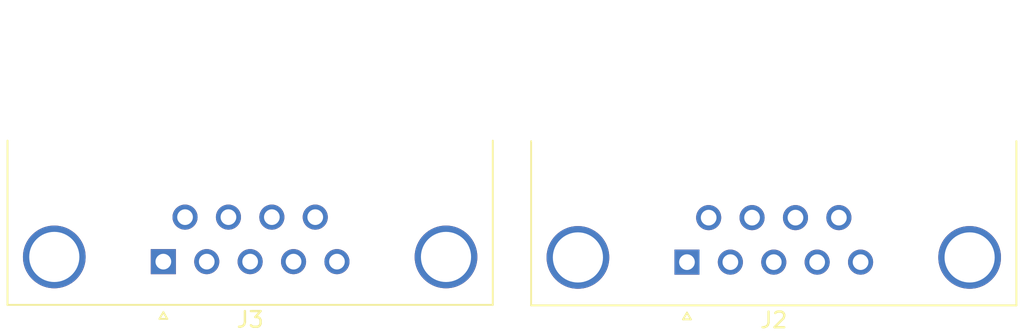
<source format=kicad_pcb>
(kicad_pcb (version 20240108) (generator "pcbnew") (generator_version "8.0")
  (layers (0 "F.Cu" signal) (31 "B.Cu" signal) (34 "B.Paste" user) (35 "F.Paste" user) (36 "B.SilkS" user "B.Silkscreen") (37 "F.SilkS" user "F.Silkscreen") (38 "B.Mask" user) (39 "F.Mask" user) (44 "Edge.Cuts" user))
  (net 0 "")
  (net 1 "VCC")
  (net 2 "~{P1_9}")
  (net 3 "~{P1_3}")
  (net 6 "GND")
  (net 7 "~{P1_4}")
  (net 8 "~{P1_2}")
  (net 10 "~{P1_5}")
  (net 11 "~{P2_4}")
  (net 14 "~{P2_5}")
  (net 16 "~{P2_9}")
  (net 17 "~{P2_2}")
  (net 18 "~{P2_3}")
  (footprint "Connector_Dsub:DSUB-9_Female_Horizontal_P2.77x2.84mm_EdgePinOffset4.94mm_Housed_MountingHolesOffset7.48mm" (layer "F.Cu") (at 45.931 63.8 180)
    (property "Reference" "J3" (at -5.54 -3.7 180) (layer "F.SilkS"))
    (property "Value" "PLAYER2")
    (fp_line (start 9.945 -2.76) (end 9.945 7.72) (stroke (width 0.12)) (layer "F.SilkS"))
    (fp_line (start 0.25 -3.654338) (end 0 -3.221325) (stroke (width 0.12)) (layer "F.SilkS"))
    (fp_line (start 0 -3.221325) (end -0.25 -3.654338) (stroke (width 0.12)) (layer "F.SilkS"))
    (fp_line (start -0.25 -3.654338) (end 0.25 -3.654338) (stroke (width 0.12)) (layer "F.SilkS"))
    (fp_line (start -21.025 7.72) (end -21.025 -2.76) (stroke (width 0.12)) (layer "F.SilkS"))
    (fp_line (start -21.025 -2.76) (end 9.945 -2.76) (stroke (width 0.12)) (layer "F.SilkS"))
    (pad "0" thru_hole circle (at -18.04 0.3 180) (size 4 4) (drill 3.2) (layers "*.Cu" "*.Mask"))
    (pad "0" thru_hole circle (at 6.96 0.3 180) (size 4 4) (drill 3.2) (layers "*.Cu" "*.Mask"))
    (pad "1" thru_hole rect (at 0 0 180) (size 1.6 1.6) (drill 1) (layers "*.Cu" "*.Mask") (net 1 "VCC"))
    (pad "2" thru_hole circle (at -2.77 0 180) (size 1.6 1.6) (drill 1) (layers "*.Cu" "*.Mask") (net 17 "~{P2_2}"))
    (pad "3" thru_hole circle (at -5.54 0 180) (size 1.6 1.6) (drill 1) (layers "*.Cu" "*.Mask") (net 18 "~{P2_3}"))
    (pad "4" thru_hole circle (at -8.31 0 180) (size 1.6 1.6) (drill 1) (layers "*.Cu" "*.Mask") (net 11 "~{P2_4}"))
    (pad "5" thru_hole circle (at -11.08 0 180) (size 1.6 1.6) (drill 1) (layers "*.Cu" "*.Mask") (net 14 "~{P2_5}"))
    (pad "6" thru_hole circle (at -1.385 2.84 180) (size 1.6 1.6) (drill 1) (layers "*.Cu" "*.Mask") (net 6 "GND"))
    (pad "7" thru_hole circle (at -4.155 2.84 180) (size 1.6 1.6) (drill 1) (layers "*.Cu" "*.Mask") (net 6 "GND"))
    (pad "8" thru_hole circle (at -6.925 2.84 180) (size 1.6 1.6) (drill 1) (layers "*.Cu" "*.Mask"))
    (pad "9" thru_hole circle (at -9.695 2.84 180) (size 1.6 1.6) (drill 1) (layers "*.Cu" "*.Mask") (net 16 "~{P2_9}"))
  )
  (footprint "Connector_Dsub:DSUB-9_Female_Horizontal_P2.77x2.84mm_EdgePinOffset4.94mm_Housed_MountingHolesOffset7.48mm" (layer "F.Cu") (at 79.35 63.831338 180)
    (property "Reference" "J2" (at -5.54 -3.7 180) (layer "F.SilkS"))
    (property "Value" "PLAYER1")
    (fp_line (start 9.945 -2.76) (end 9.945 7.72) (stroke (width 0.12)) (layer "F.SilkS"))
    (fp_line (start 0.25 -3.654338) (end 0 -3.221325) (stroke (width 0.12)) (layer "F.SilkS"))
    (fp_line (start 0 -3.221325) (end -0.25 -3.654338) (stroke (width 0.12)) (layer "F.SilkS"))
    (fp_line (start -0.25 -3.654338) (end 0.25 -3.654338) (stroke (width 0.12)) (layer "F.SilkS"))
    (fp_line (start -21.025 7.72) (end -21.025 -2.76) (stroke (width 0.12)) (layer "F.SilkS"))
    (fp_line (start -21.025 -2.76) (end 9.945 -2.76) (stroke (width 0.12)) (layer "F.SilkS"))
    (pad "0" thru_hole circle (at -18.04 0.3 180) (size 4 4) (drill 3.2) (layers "*.Cu" "*.Mask"))
    (pad "0" thru_hole circle (at 6.96 0.3 180) (size 4 4) (drill 3.2) (layers "*.Cu" "*.Mask"))
    (pad "1" thru_hole rect (at 0 0 180) (size 1.6 1.6) (drill 1) (layers "*.Cu" "*.Mask") (net 1 "VCC"))
    (pad "2" thru_hole circle (at -2.77 0 180) (size 1.6 1.6) (drill 1) (layers "*.Cu" "*.Mask") (net 8 "~{P1_2}"))
    (pad "3" thru_hole circle (at -5.54 0 180) (size 1.6 1.6) (drill 1) (layers "*.Cu" "*.Mask") (net 3 "~{P1_3}"))
    (pad "4" thru_hole circle (at -8.31 0 180) (size 1.6 1.6) (drill 1) (layers "*.Cu" "*.Mask") (net 7 "~{P1_4}"))
    (pad "5" thru_hole circle (at -11.08 0 180) (size 1.6 1.6) (drill 1) (layers "*.Cu" "*.Mask") (net 10 "~{P1_5}"))
    (pad "6" thru_hole circle (at -1.385 2.84 180) (size 1.6 1.6) (drill 1) (layers "*.Cu" "*.Mask") (net 6 "GND"))
    (pad "7" thru_hole circle (at -4.155 2.84 180) (size 1.6 1.6) (drill 1) (layers "*.Cu" "*.Mask") (net 6 "GND"))
    (pad "8" thru_hole circle (at -6.925 2.84 180) (size 1.6 1.6) (drill 1) (layers "*.Cu" "*.Mask"))
    (pad "9" thru_hole circle (at -9.695 2.84 180) (size 1.6 1.6) (drill 1) (layers "*.Cu" "*.Mask") (net 2 "~{P1_9}"))
  )
)
</source>
